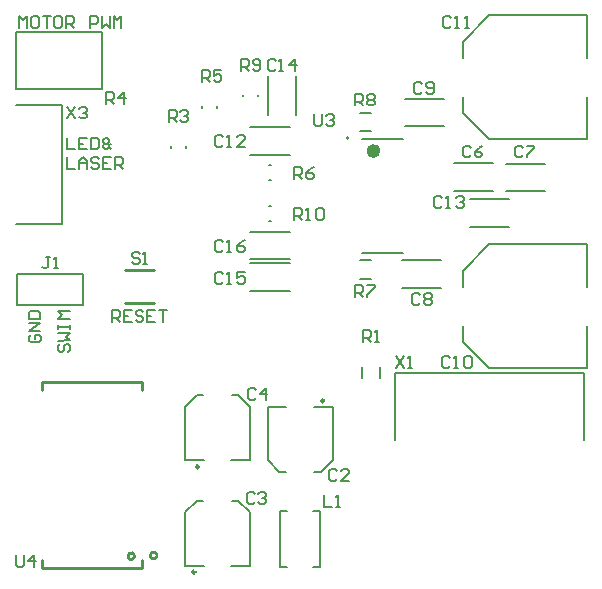
<source format=gto>
G04*
G04 #@! TF.GenerationSoftware,Altium Limited,Altium Designer,21.4.1 (30)*
G04*
G04 Layer_Color=65535*
%FSLAX24Y24*%
%MOIN*%
G70*
G04*
G04 #@! TF.SameCoordinates,E320E570-2092-40B9-98FA-40774E7A4B3A*
G04*
G04*
G04 #@! TF.FilePolarity,Positive*
G04*
G01*
G75*
%ADD10C,0.0100*%
%ADD11C,0.0059*%
%ADD12C,0.0236*%
%ADD13C,0.0098*%
%ADD14C,0.0079*%
D10*
X7507Y7918D02*
G03*
X7489Y7907I-65J91D01*
G01*
X8254Y7941D02*
G03*
X8236Y7930I-65J91D01*
G01*
X4469Y7610D02*
X7815D01*
X4469D02*
Y7885D01*
X7815Y7610D02*
Y7885D01*
X4469Y13807D02*
X7815D01*
Y13532D02*
Y13807D01*
X4469Y13535D02*
Y13807D01*
X7244Y17559D02*
X8189D01*
X7244Y16457D02*
X8189D01*
D11*
X14675Y21949D02*
G03*
X14675Y21949I-30J0D01*
G01*
D12*
X15633Y21513D02*
G03*
X15633Y21513I-118J0D01*
G01*
D13*
X9577Y7480D02*
G03*
X9577Y7480I-49J0D01*
G01*
X9695Y10984D02*
G03*
X9695Y10984I-49J0D01*
G01*
X13868Y13189D02*
G03*
X13868Y13189I-49J0D01*
G01*
D14*
X6467Y23583D02*
Y25472D01*
X3612Y23583D02*
X6467D01*
X3612Y25472D02*
X6467D01*
X3612Y23583D02*
Y25472D01*
X3583Y19094D02*
X5139D01*
Y23031D01*
X3583D02*
X5139D01*
X15122Y21906D02*
X16500D01*
X15122Y18127D02*
X16500D01*
X11414Y22323D02*
X12716D01*
X11414Y21395D02*
X12716D01*
X10778Y7697D02*
X11398D01*
X9232D02*
X9852D01*
X9232D02*
Y9469D01*
X9626Y9862D01*
X9843D01*
X10787D02*
X11004D01*
X11398Y9469D01*
Y7697D02*
Y9469D01*
X12037Y19674D02*
X12095D01*
X12037Y19181D02*
X12095D01*
X11415Y17901D02*
X12716D01*
X11415Y18828D02*
X12716D01*
X11415Y17765D02*
X12716D01*
X11415Y16838D02*
X12716D01*
X3626Y16370D02*
X5823D01*
X3626D02*
Y17409D01*
X5823D01*
Y16370D02*
Y17409D01*
X9793Y22964D02*
Y23021D01*
X10285Y22964D02*
Y23021D01*
X12936Y22715D02*
Y24016D01*
X12008Y22715D02*
Y24016D01*
X11655Y23337D02*
Y23394D01*
X11163Y23337D02*
Y23394D01*
X16554Y23259D02*
X17856D01*
X16554Y22331D02*
X17856D01*
X16475Y17865D02*
X17777D01*
X16475Y16938D02*
X17777D01*
X22618Y24626D02*
Y26043D01*
X19370D02*
X22618D01*
Y21909D02*
Y23327D01*
X19370Y21909D02*
X22618D01*
X18484Y25157D02*
X19370Y26043D01*
X18484Y24626D02*
Y25157D01*
Y22795D02*
Y23327D01*
Y22795D02*
X19370Y21909D01*
X22618Y16988D02*
Y18406D01*
X19370D02*
X22618D01*
Y14272D02*
Y15689D01*
X19370Y14272D02*
X22618D01*
X18484Y17520D02*
X19370Y18406D01*
X18484Y16988D02*
Y17520D01*
Y15157D02*
Y15689D01*
Y15157D02*
X19370Y14272D01*
X10778Y11201D02*
X11398D01*
X9232D02*
X9852D01*
X9232D02*
Y12972D01*
X9626Y13366D01*
X9843D01*
X10787D02*
X11004D01*
X11398Y12972D01*
Y11201D02*
Y12972D01*
X11988D02*
X12608D01*
X13533D02*
X14154D01*
Y11201D02*
Y12972D01*
X13760Y10807D02*
X14154Y11201D01*
X13543Y10807D02*
X13760D01*
X12382D02*
X12598D01*
X11988Y11201D02*
X12382Y10807D01*
X11988Y11201D02*
Y12972D01*
X15748Y13948D02*
Y14320D01*
X15118Y13948D02*
Y14320D01*
X8770Y21625D02*
Y21682D01*
X9262Y21625D02*
Y21682D01*
X16220Y14102D02*
X22520D01*
Y11886D02*
Y14102D01*
X16220Y11886D02*
Y14091D01*
X12037Y21042D02*
X12094D01*
X12037Y20550D02*
X12094D01*
X13740Y7638D02*
Y9528D01*
X12402Y7638D02*
Y9528D01*
X13494D02*
X13740D01*
X13494Y7638D02*
X13740D01*
X12402Y9528D02*
X12648D01*
X12402Y7638D02*
X12648D01*
X15050Y22795D02*
X15422D01*
X15050Y22165D02*
X15422D01*
X19940Y20166D02*
X21241D01*
X19940Y21094D02*
X21241D01*
X18183Y21113D02*
X19485D01*
X18183Y20186D02*
X19485D01*
X15050Y17874D02*
X15422D01*
X15050Y17244D02*
X15422D01*
X18719Y18985D02*
X20021D01*
X18719Y19913D02*
X20021D01*
X3701Y25630D02*
Y26023D01*
X3832Y25892D01*
X3963Y26023D01*
Y25630D01*
X4291Y26023D02*
X4160D01*
X4094Y25958D01*
Y25696D01*
X4160Y25630D01*
X4291D01*
X4357Y25696D01*
Y25958D01*
X4291Y26023D01*
X4488D02*
X4750D01*
X4619D01*
Y25630D01*
X5078Y26023D02*
X4947D01*
X4882Y25958D01*
Y25696D01*
X4947Y25630D01*
X5078D01*
X5144Y25696D01*
Y25958D01*
X5078Y26023D01*
X5275Y25630D02*
Y26023D01*
X5472D01*
X5537Y25958D01*
Y25827D01*
X5472Y25761D01*
X5275D01*
X5406D02*
X5537Y25630D01*
X6062D02*
Y26023D01*
X6259D01*
X6325Y25958D01*
Y25827D01*
X6259Y25761D01*
X6062D01*
X6456Y26023D02*
Y25630D01*
X6587Y25761D01*
X6718Y25630D01*
Y26023D01*
X6849Y25630D02*
Y26023D01*
X6981Y25892D01*
X7112Y26023D01*
Y25630D01*
X5315Y21960D02*
Y21567D01*
X5577D01*
X5971Y21960D02*
X5709D01*
Y21567D01*
X5971D01*
X5709Y21764D02*
X5840D01*
X6102Y21960D02*
Y21567D01*
X6299D01*
X6364Y21632D01*
Y21895D01*
X6299Y21960D01*
X6102D01*
X6758Y21567D02*
X6692Y21632D01*
X6627Y21567D01*
X6561D01*
X6496Y21632D01*
Y21698D01*
X6561Y21764D01*
X6496Y21829D01*
Y21895D01*
X6561Y21960D01*
X6627D01*
X6692Y21895D01*
Y21829D01*
X6627Y21764D01*
X6692Y21698D01*
Y21632D01*
X6758Y21764D02*
X6692Y21698D01*
X6561Y21764D02*
X6627D01*
X5315Y21299D02*
Y20906D01*
X5577D01*
X5709D02*
Y21168D01*
X5840Y21299D01*
X5971Y21168D01*
Y20906D01*
Y21102D01*
X5709D01*
X6364Y21233D02*
X6299Y21299D01*
X6168D01*
X6102Y21233D01*
Y21168D01*
X6168Y21102D01*
X6299D01*
X6364Y21037D01*
Y20971D01*
X6299Y20906D01*
X6168D01*
X6102Y20971D01*
X6758Y21299D02*
X6496D01*
Y20906D01*
X6758D01*
X6496Y21102D02*
X6627D01*
X6889Y20906D02*
Y21299D01*
X7086D01*
X7152Y21233D01*
Y21102D01*
X7086Y21037D01*
X6889D01*
X7020D02*
X7152Y20906D01*
X6798Y15827D02*
Y16220D01*
X6995D01*
X7061Y16155D01*
Y16024D01*
X6995Y15958D01*
X6798D01*
X6929D02*
X7061Y15827D01*
X7454Y16220D02*
X7192D01*
Y15827D01*
X7454D01*
X7192Y16024D02*
X7323D01*
X7848Y16155D02*
X7782Y16220D01*
X7651D01*
X7585Y16155D01*
Y16089D01*
X7651Y16024D01*
X7782D01*
X7848Y15958D01*
Y15892D01*
X7782Y15827D01*
X7651D01*
X7585Y15892D01*
X8241Y16220D02*
X7979D01*
Y15827D01*
X8241D01*
X7979Y16024D02*
X8110D01*
X8372Y16220D02*
X8635D01*
X8504D01*
Y15827D01*
X4088Y15393D02*
X4023Y15327D01*
X4024Y15196D01*
X4090Y15131D01*
X4353Y15133D01*
X4418Y15199D01*
X4417Y15330D01*
X4351Y15395D01*
X4219Y15394D01*
X4221Y15263D01*
X4415Y15527D02*
X4022Y15524D01*
X4413Y15789D01*
X4020Y15786D01*
X4019Y15917D02*
X4412Y15920D01*
X4411Y16117D01*
X4344Y16182D01*
X4082Y16180D01*
X4017Y16114D01*
X4019Y15917D01*
X5071Y15065D02*
X5005Y15000D01*
X5006Y14868D01*
X5072Y14803D01*
X5138Y14803D01*
X5203Y14869D01*
X5202Y15000D01*
X5268Y15066D01*
X5333Y15067D01*
X5399Y15001D01*
X5400Y14870D01*
X5334Y14804D01*
X5005Y15196D02*
X5398Y15198D01*
X5266Y15329D01*
X5397Y15460D01*
X5004Y15459D01*
X5003Y15590D02*
X5002Y15721D01*
X5003Y15655D01*
X5396Y15657D01*
X5397Y15592D01*
X5396Y15723D01*
X5395Y15920D02*
X5002Y15918D01*
X5132Y16050D01*
X5000Y16180D01*
X5394Y16182D01*
X17139Y23753D02*
X17074Y23819D01*
X16942D01*
X16877Y23753D01*
Y23491D01*
X16942Y23425D01*
X17074D01*
X17139Y23491D01*
X17270D02*
X17336Y23425D01*
X17467D01*
X17533Y23491D01*
Y23753D01*
X17467Y23819D01*
X17336D01*
X17270Y23753D01*
Y23688D01*
X17336Y23622D01*
X17533D01*
X17060Y16706D02*
X16995Y16772D01*
X16864D01*
X16798Y16706D01*
Y16444D01*
X16864Y16378D01*
X16995D01*
X17060Y16444D01*
X17192Y16706D02*
X17257Y16772D01*
X17388D01*
X17454Y16706D01*
Y16640D01*
X17388Y16575D01*
X17454Y16509D01*
Y16444D01*
X17388Y16378D01*
X17257D01*
X17192Y16444D01*
Y16509D01*
X17257Y16575D01*
X17192Y16640D01*
Y16706D01*
X17257Y16575D02*
X17388D01*
X18077Y14619D02*
X18012Y14685D01*
X17881D01*
X17815Y14619D01*
Y14357D01*
X17881Y14291D01*
X18012D01*
X18077Y14357D01*
X18209Y14291D02*
X18340D01*
X18274D01*
Y14685D01*
X18209Y14619D01*
X18537D02*
X18602Y14685D01*
X18733D01*
X18799Y14619D01*
Y14357D01*
X18733Y14291D01*
X18602D01*
X18537Y14357D01*
Y14619D01*
X5302Y22992D02*
X5564Y22598D01*
Y22992D02*
X5302Y22598D01*
X5696Y22926D02*
X5761Y22992D01*
X5892D01*
X5958Y22926D01*
Y22861D01*
X5892Y22795D01*
X5827D01*
X5892D01*
X5958Y22730D01*
Y22664D01*
X5892Y22598D01*
X5761D01*
X5696Y22664D01*
X7717Y18084D02*
X7651Y18150D01*
X7520D01*
X7454Y18084D01*
Y18018D01*
X7520Y17953D01*
X7651D01*
X7717Y17887D01*
Y17822D01*
X7651Y17756D01*
X7520D01*
X7454Y17822D01*
X7848Y17756D02*
X7979D01*
X7913D01*
Y18150D01*
X7848Y18084D01*
X4724Y17992D02*
X4593D01*
X4659D01*
Y17664D01*
X4593Y17598D01*
X4528D01*
X4462Y17664D01*
X4856Y17598D02*
X4987D01*
X4921D01*
Y17992D01*
X4856Y17926D01*
X13530Y22756D02*
Y22428D01*
X13596Y22362D01*
X13727D01*
X13793Y22428D01*
Y22756D01*
X13924Y22690D02*
X13989Y22756D01*
X14121D01*
X14186Y22690D01*
Y22625D01*
X14121Y22559D01*
X14055D01*
X14121D01*
X14186Y22493D01*
Y22428D01*
X14121Y22362D01*
X13989D01*
X13924Y22428D01*
X12874Y19213D02*
Y19606D01*
X13071D01*
X13136Y19541D01*
Y19409D01*
X13071Y19344D01*
X12874D01*
X13005D02*
X13136Y19213D01*
X13268D02*
X13399D01*
X13333D01*
Y19606D01*
X13268Y19541D01*
X13596D02*
X13661Y19606D01*
X13792D01*
X13858Y19541D01*
Y19278D01*
X13792Y19213D01*
X13661D01*
X13596Y19278D01*
Y19541D01*
X11089Y24173D02*
Y24567D01*
X11286D01*
X11352Y24501D01*
Y24370D01*
X11286Y24304D01*
X11089D01*
X11221D02*
X11352Y24173D01*
X11483Y24239D02*
X11549Y24173D01*
X11680D01*
X11745Y24239D01*
Y24501D01*
X11680Y24567D01*
X11549D01*
X11483Y24501D01*
Y24436D01*
X11549Y24370D01*
X11745D01*
X14908Y23032D02*
Y23425D01*
X15105D01*
X15171Y23360D01*
Y23228D01*
X15105Y23163D01*
X14908D01*
X15039D02*
X15171Y23032D01*
X15302Y23360D02*
X15367Y23425D01*
X15499D01*
X15564Y23360D01*
Y23294D01*
X15499Y23228D01*
X15564Y23163D01*
Y23097D01*
X15499Y23032D01*
X15367D01*
X15302Y23097D01*
Y23163D01*
X15367Y23228D01*
X15302Y23294D01*
Y23360D01*
X15367Y23228D02*
X15499D01*
X14908Y16654D02*
Y17047D01*
X15105D01*
X15171Y16982D01*
Y16850D01*
X15105Y16785D01*
X14908D01*
X15039D02*
X15171Y16654D01*
X15302Y17047D02*
X15564D01*
Y16982D01*
X15302Y16719D01*
Y16654D01*
X12874Y20591D02*
Y20984D01*
X13071D01*
X13136Y20919D01*
Y20787D01*
X13071Y20722D01*
X12874D01*
X13005D02*
X13136Y20591D01*
X13530Y20984D02*
X13399Y20919D01*
X13268Y20787D01*
Y20656D01*
X13333Y20591D01*
X13464D01*
X13530Y20656D01*
Y20722D01*
X13464Y20787D01*
X13268D01*
X9790Y23819D02*
Y24213D01*
X9987D01*
X10053Y24147D01*
Y24016D01*
X9987Y23950D01*
X9790D01*
X9921D02*
X10053Y23819D01*
X10446Y24213D02*
X10184D01*
Y24016D01*
X10315Y24081D01*
X10380D01*
X10446Y24016D01*
Y23885D01*
X10380Y23819D01*
X10249D01*
X10184Y23885D01*
X6614Y23071D02*
Y23465D01*
X6811D01*
X6877Y23399D01*
Y23268D01*
X6811Y23202D01*
X6614D01*
X6745D02*
X6877Y23071D01*
X7205D02*
Y23465D01*
X7008Y23268D01*
X7270D01*
X8688Y22480D02*
Y22874D01*
X8885D01*
X8950Y22808D01*
Y22677D01*
X8885Y22612D01*
X8688D01*
X8819D02*
X8950Y22480D01*
X9081Y22808D02*
X9147Y22874D01*
X9278D01*
X9344Y22808D01*
Y22743D01*
X9278Y22677D01*
X9213D01*
X9278D01*
X9344Y22612D01*
Y22546D01*
X9278Y22480D01*
X9147D01*
X9081Y22546D01*
X10499Y18478D02*
X10433Y18543D01*
X10302D01*
X10237Y18478D01*
Y18215D01*
X10302Y18150D01*
X10433D01*
X10499Y18215D01*
X10630Y18150D02*
X10761D01*
X10696D01*
Y18543D01*
X10630Y18478D01*
X11220Y18543D02*
X11089Y18478D01*
X10958Y18346D01*
Y18215D01*
X11024Y18150D01*
X11155D01*
X11220Y18215D01*
Y18281D01*
X11155Y18346D01*
X10958D01*
X10499Y17415D02*
X10433Y17480D01*
X10302D01*
X10237Y17415D01*
Y17152D01*
X10302Y17087D01*
X10433D01*
X10499Y17152D01*
X10630Y17087D02*
X10761D01*
X10696D01*
Y17480D01*
X10630Y17415D01*
X11220Y17480D02*
X10958D01*
Y17283D01*
X11089Y17349D01*
X11155D01*
X11220Y17283D01*
Y17152D01*
X11155Y17087D01*
X11024D01*
X10958Y17152D01*
X12251Y24501D02*
X12185Y24567D01*
X12054D01*
X11988Y24501D01*
Y24239D01*
X12054Y24173D01*
X12185D01*
X12251Y24239D01*
X12382Y24173D02*
X12513D01*
X12448D01*
Y24567D01*
X12382Y24501D01*
X12907Y24173D02*
Y24567D01*
X12710Y24370D01*
X12972D01*
X17802Y19934D02*
X17736Y20000D01*
X17605D01*
X17540Y19934D01*
Y19672D01*
X17605Y19606D01*
X17736D01*
X17802Y19672D01*
X17933Y19606D02*
X18064D01*
X17999D01*
Y20000D01*
X17933Y19934D01*
X18261D02*
X18327Y20000D01*
X18458D01*
X18523Y19934D01*
Y19869D01*
X18458Y19803D01*
X18392D01*
X18458D01*
X18523Y19738D01*
Y19672D01*
X18458Y19606D01*
X18327D01*
X18261Y19672D01*
X10499Y21982D02*
X10433Y22047D01*
X10302D01*
X10237Y21982D01*
Y21719D01*
X10302Y21654D01*
X10433D01*
X10499Y21719D01*
X10630Y21654D02*
X10761D01*
X10696D01*
Y22047D01*
X10630Y21982D01*
X11220Y21654D02*
X10958D01*
X11220Y21916D01*
Y21982D01*
X11155Y22047D01*
X11024D01*
X10958Y21982D01*
X18104Y25958D02*
X18038Y26024D01*
X17907D01*
X17841Y25958D01*
Y25696D01*
X17907Y25630D01*
X18038D01*
X18104Y25696D01*
X18235Y25630D02*
X18366D01*
X18301D01*
Y26024D01*
X18235Y25958D01*
X18563Y25630D02*
X18694D01*
X18628D01*
Y26024D01*
X18563Y25958D01*
X20486Y21627D02*
X20420Y21693D01*
X20289D01*
X20223Y21627D01*
Y21365D01*
X20289Y21299D01*
X20420D01*
X20486Y21365D01*
X20617Y21693D02*
X20879D01*
Y21627D01*
X20617Y21365D01*
Y21299D01*
X18753Y21627D02*
X18688Y21693D01*
X18557D01*
X18491Y21627D01*
Y21365D01*
X18557Y21299D01*
X18688D01*
X18753Y21365D01*
X19147Y21693D02*
X19016Y21627D01*
X18884Y21496D01*
Y21365D01*
X18950Y21299D01*
X19081D01*
X19147Y21365D01*
Y21430D01*
X19081Y21496D01*
X18884D01*
X16260Y14685D02*
X16522Y14291D01*
Y14685D02*
X16260Y14291D01*
X16653D02*
X16785D01*
X16719D01*
Y14685D01*
X16653Y14619D01*
X13871Y10039D02*
Y9646D01*
X14134D01*
X14265D02*
X14396D01*
X14331D01*
Y10039D01*
X14265Y9974D01*
X11549Y10092D02*
X11483Y10157D01*
X11352D01*
X11286Y10092D01*
Y9829D01*
X11352Y9764D01*
X11483D01*
X11549Y9829D01*
X11680Y10092D02*
X11745Y10157D01*
X11877D01*
X11942Y10092D01*
Y10026D01*
X11877Y9961D01*
X11811D01*
X11877D01*
X11942Y9895D01*
Y9829D01*
X11877Y9764D01*
X11745D01*
X11680Y9829D01*
X14304Y10840D02*
X14239Y10905D01*
X14108D01*
X14042Y10840D01*
Y10577D01*
X14108Y10512D01*
X14239D01*
X14304Y10577D01*
X14698Y10512D02*
X14436D01*
X14698Y10774D01*
Y10840D01*
X14632Y10905D01*
X14501D01*
X14436Y10840D01*
X11588Y13556D02*
X11522Y13622D01*
X11391D01*
X11326Y13556D01*
Y13294D01*
X11391Y13228D01*
X11522D01*
X11588Y13294D01*
X11916Y13228D02*
Y13622D01*
X11719Y13425D01*
X11982D01*
X15171Y15158D02*
Y15551D01*
X15367D01*
X15433Y15486D01*
Y15354D01*
X15367Y15289D01*
X15171D01*
X15302D02*
X15433Y15158D01*
X15564D02*
X15695D01*
X15630D01*
Y15551D01*
X15564Y15486D01*
X3609Y8031D02*
Y7703D01*
X3675Y7638D01*
X3806D01*
X3871Y7703D01*
Y8031D01*
X4199Y7638D02*
Y8031D01*
X4003Y7835D01*
X4265D01*
M02*

</source>
